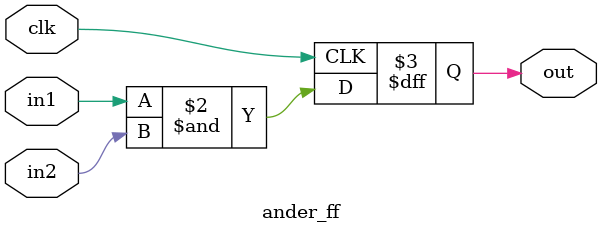
<source format=v>
`timescale 1ns / 1ps

module ander_ff
(
// port list
	in1,
	in2,
	clk,
	out
);

//port declaration
input wire in1;
input wire in2;
input wire clk;
output reg out;



always @(posedge clk)
begin
	out = in1 & in2;
end

endmodule

</source>
